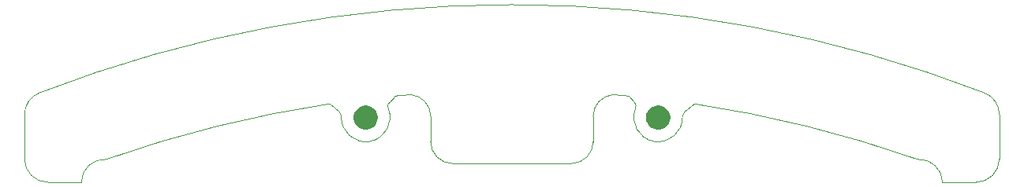
<source format=gbr>
%TF.GenerationSoftware,Altium Limited,Altium Designer,24.7.2 (38)*%
G04 Layer_Color=0*
%FSLAX45Y45*%
%MOMM*%
%TF.SameCoordinates,B6918A48-4A74-411C-9F4E-45D1434950E3*%
%TF.FilePolarity,Positive*%
%TF.FileFunction,Profile,NP*%
%TF.Part,Single*%
G01*
G75*
%TA.AperFunction,Profile*%
%ADD35C,0.02540*%
G36*
X16920566Y5386529D02*
Y5373647D01*
X16925594Y5348376D01*
X16935452Y5324572D01*
X16949767Y5303149D01*
X16967986Y5284930D01*
X16989409Y5270616D01*
X17013213Y5260756D01*
X17038484Y5255729D01*
X17051366D01*
X17064249D01*
X17089519Y5260756D01*
X17113322Y5270616D01*
X17134747Y5284930D01*
X17152965Y5303149D01*
X17167281Y5324572D01*
X17177139Y5348376D01*
X17182167Y5373647D01*
Y5386529D01*
Y5399412D01*
X17177139Y5424682D01*
X17167281Y5448486D01*
X17152965Y5469910D01*
X17134747Y5488128D01*
X17113322Y5502443D01*
X17089519Y5512303D01*
X17064249Y5517330D01*
X17051366D01*
X17038484D01*
X17013213Y5512303D01*
X16989409Y5502443D01*
X16967986Y5488128D01*
X16949767Y5469910D01*
X16935452Y5448486D01*
X16925594Y5424682D01*
X16920566Y5399412D01*
Y5386529D01*
D01*
D02*
G37*
G36*
X13781908D02*
Y5373647D01*
X13786932Y5348376D01*
X13796793Y5324572D01*
X13811108Y5303149D01*
X13829327Y5284930D01*
X13850751Y5270616D01*
X13874554Y5260756D01*
X13899825Y5255729D01*
X13912708D01*
X13925591D01*
X13950861Y5260756D01*
X13974664Y5270616D01*
X13996088Y5284930D01*
X14014307Y5303149D01*
X14028619Y5324572D01*
X14038480Y5348376D01*
X14043507Y5373647D01*
Y5386529D01*
Y5399412D01*
X14038480Y5424682D01*
X14028619Y5448486D01*
X14014307Y5469910D01*
X13996088Y5488128D01*
X13974664Y5502443D01*
X13950861Y5512303D01*
X13925591Y5517330D01*
X13912708D01*
X13899825D01*
X13874554Y5512303D01*
X13850751Y5502443D01*
X13829327Y5488128D01*
X13811108Y5469910D01*
X13796793Y5448486D01*
X13786932Y5424682D01*
X13781908Y5399412D01*
Y5386529D01*
D01*
D02*
G37*
D35*
X10501008Y4689062D02*
X10859166D01*
D02*
G02*
X10861293Y4686935I0J-2127D01*
G01*
D02*
G02*
X11130334Y4936209I250000J0D01*
G01*
D02*
G02*
X13529276Y5534438I4351706J-12341573D01*
G01*
X13631358Y5446387D01*
D02*
G02*
X13651476Y5399442I-38013J-44071D01*
G01*
D02*
G03*
X14154535Y5486170I261232J-12913D01*
G01*
D02*
G02*
X14164275Y5546355I53811J22172D01*
G01*
X14225679Y5617545D01*
D02*
G02*
X14396417Y5632888I1256419J-13023528D01*
G01*
D02*
G02*
X14610193Y5400867I-19025J-232022D01*
G01*
Y5124082D01*
D02*
G03*
X14842992Y4891282I232800J0D01*
G01*
X16121082D01*
D02*
G03*
X16353880Y5124082I0J232800D01*
G01*
Y5400867D01*
D02*
G02*
X16567656Y5632888I232800J-0D01*
G01*
D02*
G02*
X16738394Y5617545I-1085679J-13038901D01*
G01*
X16799799Y5546355D01*
D02*
G02*
X16809538Y5486170I-44071J-38013D01*
G01*
D02*
G03*
X17312598Y5399442I241828J-99641D01*
G01*
D02*
G02*
X17332713Y5446387I58128J2874D01*
G01*
X17434798Y5534438D01*
D02*
G02*
X19833740Y4936209I-1952763J-12939803D01*
G01*
D02*
G02*
X20102782Y4686935I19041J-249274D01*
G01*
X20144354D01*
D02*
G03*
X20146481Y4689062I0J2127D01*
G01*
X20463065D01*
D02*
G03*
X20713065Y4939062I0J250000D01*
G01*
Y5419094D01*
D02*
G03*
X20553578Y5652133I-250000J0D01*
G01*
D02*
G03*
X15482037Y6602448I-5071542J-13057484D01*
G01*
D02*
G03*
X10410496Y5652133I-0J-14007799D01*
G01*
D02*
G03*
X10251008Y5419094I90512J-233039D01*
G01*
Y4939062D01*
D02*
G03*
X10501008Y4689062I250000J0D01*
G01*
%TF.MD5,082048d23b901678e88a81a443735dce*%
M02*

</source>
